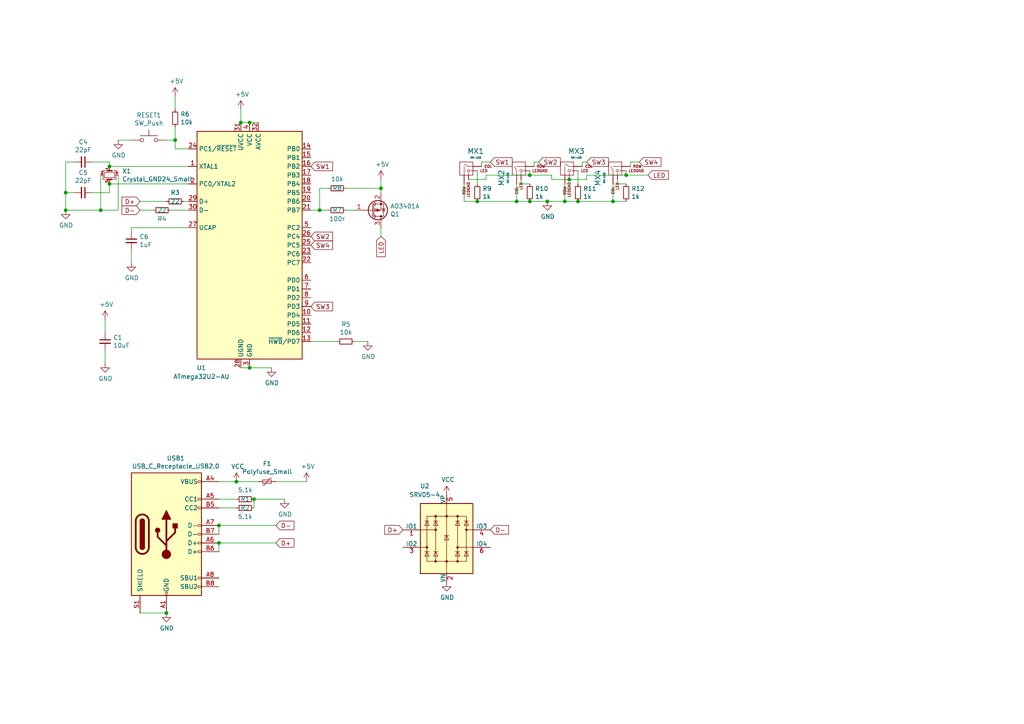
<source format=kicad_sch>
(kicad_sch (version 20211123) (generator eeschema)
  (paper "A4")
  (lib_symbols
    (symbol "Connector:USB_C_Receptacle_USB2.0" (pin_names (offset 1.016))
      (property "Reference" "J" (at -10.16 19.05 0))
      (property "Value" "USB_C_Receptacle_USB2.0" (at 19.05 19.05 0))
      (symbol "USB_C_Receptacle_USB2.0_0_0"
        (rectangle (start -0.254 -17.78) (end 0.254 -16.764))
        (rectangle (start 10.16 -14.986) (end 9.144 -15.494))
        (rectangle (start 10.16 -12.446) (end 9.144 -12.954))
        (rectangle (start 10.16 -4.826) (end 9.144 -5.334))
        (rectangle (start 10.16 -2.286) (end 9.144 -2.794))
        (rectangle (start 10.16 0.254) (end 9.144 -0.254))
        (rectangle (start 10.16 2.794) (end 9.144 2.286))
        (rectangle (start 10.16 7.874) (end 9.144 7.366))
        (rectangle (start 10.16 10.414) (end 9.144 9.906))
        (rectangle (start 10.16 15.494) (end 9.144 14.986))
      )
      (symbol "USB_C_Receptacle_USB2.0_0_1"
        (rectangle (start -10.16 17.78) (end 10.16 -17.78) (stroke (width 0.254)) (fill (type background)))
        (arc (start -8.89 -3.81) (mid -6.985 -5.715) (end -5.08 -3.81) (stroke (width 0.508)))
        (arc (start -7.62 -3.81) (mid -6.985 -4.445) (end -6.35 -3.81) (stroke (width 0.254)))
        (arc (start -7.62 -3.81) (mid -6.985 -4.445) (end -6.35 -3.81) (stroke (width 0.254)) (fill (type outline)))
        (rectangle (start -7.62 -3.81) (end -6.35 3.81) (stroke (width 0.254)) (fill (type outline)))
        (arc (start -6.35 3.81) (mid -6.985 4.445) (end -7.62 3.81) (stroke (width 0.254)))
        (arc (start -6.35 3.81) (mid -6.985 4.445) (end -7.62 3.81) (stroke (width 0.254)) (fill (type outline)))
        (arc (start -5.08 3.81) (mid -6.985 5.715) (end -8.89 3.81) (stroke (width 0.508)))
        (circle (center -2.54 1.143) (radius 0.635) (stroke (width 0.254)) (fill (type outline)))
        (circle (center 0 -5.842) (radius 1.27) (fill (type outline)))
        (polyline (pts (xy -8.89 -3.81) (xy -8.89 3.81)) (stroke (width 0.508)))
        (polyline (pts (xy -5.08 3.81) (xy -5.08 -3.81)) (stroke (width 0.508)))
        (polyline (pts (xy 0 -5.842) (xy 0 4.318)) (stroke (width 0.508)))
        (polyline (pts (xy 0 -3.302) (xy -2.54 -0.762) (xy -2.54 0.508)) (stroke (width 0.508)))
        (polyline (pts (xy 0 -2.032) (xy 2.54 0.508) (xy 2.54 1.778)) (stroke (width 0.508)))
        (polyline (pts (xy -1.27 4.318) (xy 0 6.858) (xy 1.27 4.318) (xy -1.27 4.318)) (stroke (width 0.254)) (fill (type outline)))
        (rectangle (start 1.905 1.778) (end 3.175 3.048) (stroke (width 0.254)) (fill (type outline)))
      )
      (symbol "USB_C_Receptacle_USB2.0_1_1"
        (pin passive line (at 0 -22.86 90) (length 5.08) (name "GND") (number "A1"))
        (pin passive line (at 0 -22.86 90) (length 5.08) hide (name "GND") (number "A12"))
        (pin passive line (at 15.24 15.24 180) (length 5.08) (name "VBUS") (number "A4"))
        (pin bidirectional line (at 15.24 10.16 180) (length 5.08) (name "CC1") (number "A5"))
        (pin bidirectional line (at 15.24 -2.54 180) (length 5.08) (name "D+") (number "A6"))
        (pin bidirectional line (at 15.24 2.54 180) (length 5.08) (name "D-") (number "A7"))
        (pin bidirectional line (at 15.24 -12.7 180) (length 5.08) (name "SBU1") (number "A8"))
        (pin passive line (at 15.24 15.24 180) (length 5.08) hide (name "VBUS") (number "A9"))
        (pin passive line (at 0 -22.86 90) (length 5.08) hide (name "GND") (number "B1"))
        (pin passive line (at 0 -22.86 90) (length 5.08) hide (name "GND") (number "B12"))
        (pin passive line (at 15.24 15.24 180) (length 5.08) hide (name "VBUS") (number "B4"))
        (pin bidirectional line (at 15.24 7.62 180) (length 5.08) (name "CC2") (number "B5"))
        (pin bidirectional line (at 15.24 -5.08 180) (length 5.08) (name "D+") (number "B6"))
        (pin bidirectional line (at 15.24 0 180) (length 5.08) (name "D-") (number "B7"))
        (pin bidirectional line (at 15.24 -15.24 180) (length 5.08) (name "SBU2") (number "B8"))
        (pin passive line (at 15.24 15.24 180) (length 5.08) hide (name "VBUS") (number "B9"))
        (pin passive line (at -7.62 -22.86 90) (length 5.08) (name "SHIELD") (number "S1"))
      )
    )
    (symbol "Device:C_Small" (pin_numbers hide) (pin_names (offset 0.254) hide)
      (property "Reference" "C" (at 0.254 1.778 0))
      (property "Value" "C_Small" (at 0.254 -2.032 0))
      (symbol "C_Small_0_1"
        (polyline (pts (xy -1.524 -0.508) (xy 1.524 -0.508)) (stroke (width 0.3302)))
        (polyline (pts (xy -1.524 0.508) (xy 1.524 0.508)) (stroke (width 0.3048)))
      )
      (symbol "C_Small_1_1"
        (pin passive line (at 0 2.54 270) (length 2.032) (name "~") (number "1"))
        (pin passive line (at 0 -2.54 90) (length 2.032) (name "~") (number "2"))
      )
    )
    (symbol "Device:Crystal_GND24_Small" (pin_names (offset 1.016) hide)
      (property "Reference" "Y" (at 1.27 4.445 0))
      (property "Value" "Crystal_GND24_Small" (at 1.27 2.54 0))
      (symbol "Crystal_GND24_Small_0_1"
        (rectangle (start -0.762 -1.524) (end 0.762 1.524))
        (polyline (pts (xy -1.27 -0.762) (xy -1.27 0.762)) (stroke (width 0.381)))
        (polyline (pts (xy 1.27 -0.762) (xy 1.27 0.762)) (stroke (width 0.381)))
        (polyline (pts (xy -1.27 -1.27) (xy -1.27 -1.905) (xy 1.27 -1.905) (xy 1.27 -1.27)))
        (polyline (pts (xy -1.27 1.27) (xy -1.27 1.905) (xy 1.27 1.905) (xy 1.27 1.27)))
      )
      (symbol "Crystal_GND24_Small_1_1"
        (pin passive line (at -2.54 0 0) (length 1.27) (name "1") (number "1"))
        (pin passive line (at 0 -2.54 90) (length 0.635) (name "2") (number "2"))
        (pin passive line (at 2.54 0 180) (length 1.27) (name "3") (number "3"))
        (pin passive line (at 0 2.54 270) (length 0.635) (name "4") (number "4"))
      )
    )
    (symbol "Device:Polyfuse_Small" (pin_numbers hide) (pin_names (offset 0))
      (property "Reference" "F" (at -1.905 0 90))
      (property "Value" "Polyfuse_Small" (at 1.905 0 90))
      (symbol "Polyfuse_Small_0_1"
        (rectangle (start -0.508 1.27) (end 0.508 -1.27))
        (polyline (pts (xy 0 2.54) (xy 0 -2.54)))
        (polyline (pts (xy -1.016 1.27) (xy -1.016 0.762) (xy 1.016 -0.762) (xy 1.016 -1.27)))
      )
      (symbol "Polyfuse_Small_1_1"
        (pin passive line (at 0 2.54 270) (length 0.635) (name "~") (number "1"))
        (pin passive line (at 0 -2.54 90) (length 0.635) (name "~") (number "2"))
      )
    )
    (symbol "Device:R_Small" (pin_numbers hide) (pin_names (offset 0.254) hide)
      (property "Reference" "R" (at 0.762 0.508 0))
      (property "Value" "R_Small" (at 0.762 -1.016 0))
      (symbol "R_Small_0_1"
        (rectangle (start -0.762 1.778) (end 0.762 -1.778) (stroke (width 0.2032)))
      )
      (symbol "R_Small_1_1"
        (pin passive line (at 0 2.54 270) (length 0.762) (name "~") (number "1"))
        (pin passive line (at 0 -2.54 90) (length 0.762) (name "~") (number "2"))
      )
    )
    (symbol "MCU_Microchip_ATmega:ATmega32U2-AU"
      (property "Reference" "U" (at -15.24 34.29 0))
      (property "Value" "MCU_Microchip_ATmega_ATmega32U2-AU" (at 2.54 -34.29 0))
      (symbol "ATmega32U2-AU_0_1"
        (rectangle (start -15.24 -33.02) (end 15.24 33.02) (stroke (width 0.254)) (fill (type background)))
      )
      (symbol "ATmega32U2-AU_1_1"
        (pin input line (at -17.78 22.86 0) (length 2.54) (name "XTAL1") (number "1"))
        (pin bidirectional line (at 17.78 -20.32 180) (length 2.54) (name "PD4") (number "10"))
        (pin bidirectional line (at 17.78 -22.86 180) (length 2.54) (name "PD5") (number "11"))
        (pin bidirectional line (at 17.78 -25.4 180) (length 2.54) (name "PD6") (number "12"))
        (pin bidirectional line (at 17.78 -27.94 180) (length 2.54) (name "~{HWB}/PD7") (number "13"))
        (pin bidirectional line (at 17.78 27.94 180) (length 2.54) (name "PB0") (number "14"))
        (pin bidirectional line (at 17.78 25.4 180) (length 2.54) (name "PB1") (number "15"))
        (pin bidirectional line (at 17.78 22.86 180) (length 2.54) (name "PB2") (number "16"))
        (pin bidirectional line (at 17.78 20.32 180) (length 2.54) (name "PB3") (number "17"))
        (pin bidirectional line (at 17.78 17.78 180) (length 2.54) (name "PB4") (number "18"))
        (pin bidirectional line (at 17.78 15.24 180) (length 2.54) (name "PB5") (number "19"))
        (pin bidirectional line (at -17.78 17.78 0) (length 2.54) (name "PC0/XTAL2") (number "2"))
        (pin bidirectional line (at 17.78 12.7 180) (length 2.54) (name "PB6") (number "20"))
        (pin bidirectional line (at 17.78 10.16 180) (length 2.54) (name "PB7") (number "21"))
        (pin bidirectional line (at 17.78 -5.08 180) (length 2.54) (name "PC7") (number "22"))
        (pin bidirectional line (at 17.78 -2.54 180) (length 2.54) (name "PC6") (number "23"))
        (pin bidirectional line (at -17.78 27.94 0) (length 2.54) (name "PC1/~{RESET}") (number "24"))
        (pin bidirectional line (at 17.78 0 180) (length 2.54) (name "PC5") (number "25"))
        (pin bidirectional line (at 17.78 2.54 180) (length 2.54) (name "PC4") (number "26"))
        (pin passive line (at -17.78 5.08 0) (length 2.54) (name "UCAP") (number "27"))
        (pin power_in line (at -2.54 -35.56 90) (length 2.54) (name "UGND") (number "28"))
        (pin bidirectional line (at -17.78 12.7 0) (length 2.54) (name "D+") (number "29"))
        (pin power_in line (at 0 -35.56 90) (length 2.54) (name "GND") (number "3"))
        (pin bidirectional line (at -17.78 10.16 0) (length 2.54) (name "D-") (number "30"))
        (pin power_in line (at -2.54 35.56 270) (length 2.54) (name "UVCC") (number "31"))
        (pin power_in line (at 2.54 35.56 270) (length 2.54) (name "AVCC") (number "32"))
        (pin power_in line (at 0 35.56 270) (length 2.54) (name "VCC") (number "4"))
        (pin bidirectional line (at 17.78 5.08 180) (length 2.54) (name "PC2") (number "5"))
        (pin bidirectional line (at 17.78 -10.16 180) (length 2.54) (name "PD0") (number "6"))
        (pin bidirectional line (at 17.78 -12.7 180) (length 2.54) (name "PD1") (number "7"))
        (pin bidirectional line (at 17.78 -15.24 180) (length 2.54) (name "PD2") (number "8"))
        (pin bidirectional line (at 17.78 -17.78 180) (length 2.54) (name "PD3") (number "9"))
      )
    )
    (symbol "MX_Alps_Hybrid:MX-LED" (pin_names (offset 1.016))
      (property "Reference" "MX" (at -0.635 3.81 0))
      (property "Value" "MX-LED" (at -0.635 1.27 0))
      (symbol "MX-LED_0_0"
        (rectangle (start -2.54 2.54) (end 1.27 -1.27))
        (polyline (pts (xy -1.27 -1.27) (xy -1.27 1.27)) (stroke (width 0.127)))
        (polyline (pts (xy 0 -1.27) (xy 0 -0.635)) (stroke (width 0.127)))
        (polyline (pts (xy 1.27 0) (xy 0.635 0)) (stroke (width 0.127)))
        (polyline (pts (xy 1.27 1.27) (xy 0 1.27) (xy -1.27 1.905)) (stroke (width 0.127)))
        (circle (center 0 0) (radius 0.3556) (stroke (width 0.127)))
        (text "COL" (at 5.715 1.27 0) (effects (font (size 0.762 0.762))))
        (text "LED" (at 4.445 0 0) (effects (font (size 0.762 0.762))))
        (text "ROW" (at -1.27 -4.445 900) (effects (font (size 0.762 0.762)) (justify right)))
      )
      (symbol "MX-LED_1_0"
        (text "LEDGND" (at 0 -3.175 900) (effects (font (size 0.762 0.762)) (justify right)))
      )
      (symbol "MX-LED_1_1"
        (pin passive line (at 3.81 1.27 180) (length 2.54) (name "COL") (number "1"))
        (pin passive line (at -1.27 -3.81 90) (length 2.54) (name "ROW") (number "2"))
        (pin input line (at 2.54 0 180) (length 1.27) (name "LED") (number "3"))
        (pin passive line (at 0 -2.54 90) (length 1.27) (name "LEDGND") (number "4"))
      )
    )
    (symbol "Power_Protection:SRV05-4" (pin_names (offset 0))
      (property "Reference" "U" (at -5.08 11.43 0))
      (property "Value" "SRV05-4" (at 2.54 11.43 0))
      (symbol "SRV05-4_0_0"
        (rectangle (start -5.715 6.477) (end 5.715 -6.604))
        (polyline (pts (xy -3.175 -6.604) (xy -3.175 6.477)))
        (polyline (pts (xy 3.175 6.477) (xy 3.175 -6.604)))
      )
      (symbol "SRV05-4_0_1"
        (rectangle (start -7.62 10.16) (end 7.62 -10.16) (stroke (width 0.254)) (fill (type background)))
        (circle (center -5.715 -2.54) (radius 0.2794) (fill (type outline)))
        (circle (center -3.175 -6.604) (radius 0.2794) (fill (type outline)))
        (circle (center -3.175 2.54) (radius 0.2794) (fill (type outline)))
        (circle (center -3.175 6.477) (radius 0.2794) (fill (type outline)))
        (circle (center 0 -6.604) (radius 0.2794) (fill (type outline)))
        (polyline (pts (xy -7.747 2.54) (xy -3.175 2.54)))
        (polyline (pts (xy -7.62 -2.54) (xy -5.715 -2.54)))
        (polyline (pts (xy -5.08 -3.81) (xy -6.35 -3.81)))
        (polyline (pts (xy -5.08 5.08) (xy -6.35 5.08)))
        (polyline (pts (xy -2.54 -3.81) (xy -3.81 -3.81)))
        (polyline (pts (xy -2.54 5.08) (xy -3.81 5.08)))
        (polyline (pts (xy 0 10.16) (xy 0 -10.16)))
        (polyline (pts (xy 3.81 -3.81) (xy 2.54 -3.81)))
        (polyline (pts (xy 3.81 5.08) (xy 2.54 5.08)))
        (polyline (pts (xy 6.35 -3.81) (xy 5.08 -3.81)))
        (polyline (pts (xy 6.35 5.08) (xy 5.08 5.08)))
        (polyline (pts (xy 7.62 -2.54) (xy 3.175 -2.54)))
        (polyline (pts (xy 7.62 2.54) (xy 5.715 2.54)))
        (polyline (pts (xy 0.635 0.889) (xy -0.635 0.889) (xy -0.635 0.635)))
        (polyline (pts (xy -5.08 -5.08) (xy -6.35 -5.08) (xy -5.715 -3.81) (xy -5.08 -5.08)))
        (polyline (pts (xy -5.08 3.81) (xy -6.35 3.81) (xy -5.715 5.08) (xy -5.08 3.81)))
        (polyline (pts (xy -2.54 -5.08) (xy -3.81 -5.08) (xy -3.175 -3.81) (xy -2.54 -5.08)))
        (polyline (pts (xy -2.54 3.81) (xy -3.81 3.81) (xy -3.175 5.08) (xy -2.54 3.81)))
        (polyline (pts (xy 0.635 -0.381) (xy -0.635 -0.381) (xy 0 0.889) (xy 0.635 -0.381)))
        (polyline (pts (xy 3.81 -5.08) (xy 2.54 -5.08) (xy 3.175 -3.81) (xy 3.81 -5.08)))
        (polyline (pts (xy 3.81 3.81) (xy 2.54 3.81) (xy 3.175 5.08) (xy 3.81 3.81)))
        (polyline (pts (xy 6.35 -5.08) (xy 5.08 -5.08) (xy 5.715 -3.81) (xy 6.35 -5.08)))
        (polyline (pts (xy 6.35 3.81) (xy 5.08 3.81) (xy 5.715 5.08) (xy 6.35 3.81)))
        (circle (center 0 6.477) (radius 0.2794) (fill (type outline)))
        (circle (center 3.175 -6.604) (radius 0.2794) (fill (type outline)))
        (circle (center 3.175 -2.54) (radius 0.2794) (fill (type outline)))
        (circle (center 3.175 6.477) (radius 0.2794) (fill (type outline)))
        (circle (center 5.715 2.54) (radius 0.2794) (fill (type outline)))
      )
      (symbol "SRV05-4_1_1"
        (pin passive line (at -12.7 2.54 0) (length 5.08) (name "IO1") (number "1"))
        (pin passive line (at 0 -12.7 90) (length 2.54) (name "VN") (number "2"))
        (pin passive line (at -12.7 -2.54 0) (length 5.08) (name "IO2") (number "3"))
        (pin passive line (at 12.7 2.54 180) (length 5.08) (name "IO3") (number "4"))
        (pin passive line (at 0 12.7 270) (length 2.54) (name "VP") (number "5"))
        (pin passive line (at 12.7 -2.54 180) (length 5.08) (name "IO4") (number "6"))
      )
    )
    (symbol "Switch:SW_Push" (pin_numbers hide) (pin_names (offset 1.016) hide)
      (property "Reference" "SW" (at 1.27 2.54 0))
      (property "Value" "SW_Push" (at 0 -1.524 0))
      (symbol "SW_Push_0_1"
        (circle (center -2.032 0) (radius 0.508))
        (polyline (pts (xy 0 1.27) (xy 0 3.048)))
        (polyline (pts (xy 2.54 1.27) (xy -2.54 1.27)))
        (circle (center 2.032 0) (radius 0.508))
        (pin passive line (at -5.08 0 0) (length 2.54) (name "1") (number "1"))
        (pin passive line (at 5.08 0 180) (length 2.54) (name "2") (number "2"))
      )
    )
    (symbol "Transistor_FET:AO3401A" (pin_names hide)
      (property "Reference" "Q" (at 5.08 1.905 0))
      (property "Value" "AO3401A" (at 5.08 0 0))
      (symbol "AO3401A_0_1"
        (polyline (pts (xy 0.254 0) (xy -2.54 0)))
        (polyline (pts (xy 0.254 1.905) (xy 0.254 -1.905)) (stroke (width 0.254)))
        (polyline (pts (xy 0.762 -1.27) (xy 0.762 -2.286)) (stroke (width 0.254)))
        (polyline (pts (xy 0.762 0.508) (xy 0.762 -0.508)) (stroke (width 0.254)))
        (polyline (pts (xy 0.762 2.286) (xy 0.762 1.27)) (stroke (width 0.254)))
        (polyline (pts (xy 2.54 2.54) (xy 2.54 1.778)))
        (polyline (pts (xy 2.54 -2.54) (xy 2.54 0) (xy 0.762 0)))
        (polyline (pts (xy 0.762 1.778) (xy 3.302 1.778) (xy 3.302 -1.778) (xy 0.762 -1.778)))
        (polyline (pts (xy 2.286 0) (xy 1.27 0.381) (xy 1.27 -0.381) (xy 2.286 0)) (fill (type outline)))
        (polyline (pts (xy 2.794 -0.508) (xy 2.921 -0.381) (xy 3.683 -0.381) (xy 3.81 -0.254)))
        (polyline (pts (xy 3.302 -0.381) (xy 2.921 0.254) (xy 3.683 0.254) (xy 3.302 -0.381)))
        (circle (center 1.651 0) (radius 2.794) (stroke (width 0.254)))
        (circle (center 2.54 -1.778) (radius 0.254) (fill (type outline)))
        (circle (center 2.54 1.778) (radius 0.254) (fill (type outline)))
      )
      (symbol "AO3401A_1_1"
        (pin input line (at -5.08 0 0) (length 2.54) (name "G") (number "1"))
        (pin passive line (at 2.54 -5.08 90) (length 2.54) (name "S") (number "2"))
        (pin passive line (at 2.54 5.08 270) (length 2.54) (name "D") (number "3"))
      )
    )
    (symbol "power:+5V" (power) (pin_names (offset 0))
      (property "Value" "+5V" (at 0 3.556 0))
      (symbol "+5V_0_1"
        (polyline (pts (xy -0.762 1.27) (xy 0 2.54)))
        (polyline (pts (xy 0 0) (xy 0 2.54)))
        (polyline (pts (xy 0 2.54) (xy 0.762 1.27)))
      )
      (symbol "+5V_1_1"
        (pin power_in line (at 0 0 90) (length 0) hide (name "+5V") (number "1"))
      )
    )
    (symbol "power:GND" (power) (pin_names (offset 0))
      (property "Value" "GND" (at 0 -3.81 0))
      (symbol "GND_0_1"
        (polyline (pts (xy 0 0) (xy 0 -1.27) (xy 1.27 -1.27) (xy 0 -2.54) (xy -1.27 -1.27) (xy 0 -1.27)))
      )
      (symbol "GND_1_1"
        (pin power_in line (at 0 0 270) (length 0) hide (name "GND") (number "1"))
      )
    )
    (symbol "power:VCC" (power) (pin_names (offset 0))
      (property "Value" "VCC" (at 0 3.81 0))
      (symbol "VCC_0_1"
        (polyline (pts (xy -0.762 1.27) (xy 0 2.54)))
        (polyline (pts (xy 0 0) (xy 0 2.54)))
        (polyline (pts (xy 0 2.54) (xy 0.762 1.27)))
      )
      (symbol "VCC_1_1"
        (pin power_in line (at 0 0 90) (length 0) hide (name "VCC") (number "1"))
      )
    )
  )
  (junction (at 19.05 55.88))
  (junction (at 73.66 144.78))
  (junction (at 31.75 48.26))
  (junction (at 50.8 40.64))
  (junction (at 165.1 52.07))
  (junction (at 31.75 53.34))
  (junction (at 149.86 58.42))
  (junction (at 72.39 35.56))
  (junction (at 68.58 139.7))
  (junction (at 181.61 50.8))
  (junction (at 163.83 58.42))
  (junction (at 177.8 58.42))
  (junction (at 48.26 177.8))
  (junction (at 92.71 60.96))
  (junction (at 19.05 60.96))
  (junction (at 153.67 58.42))
  (junction (at 72.39 106.68))
  (junction (at 110.49 54.61))
  (junction (at 69.85 35.56))
  (junction (at 158.75 58.42))
  (junction (at 29.21 60.96))
  (junction (at 153.67 50.8))
  (junction (at 63.5 152.4))
  (junction (at 63.5 157.48))
  (junction (at 138.43 58.42))
  (junction (at 167.64 58.42))
  (wire (pts (xy 100.33 60.96) (xy 102.87 60.96)))
  (wire (pts (xy 29.21 60.96) (xy 34.29 60.96)))
  (wire (pts (xy 50.8 27.94) (xy 50.8 31.75)))
  (wire (pts (xy 73.66 147.32) (xy 73.66 144.78)))
  (wire (pts (xy 72.39 35.56) (xy 74.93 35.56)))
  (wire (pts (xy 167.64 58.42) (xy 177.8 58.42)))
  (wire (pts (xy 40.64 177.8) (xy 48.26 177.8)))
  (wire (pts (xy 153.67 50.8) (xy 153.67 49.53)))
  (wire (pts (xy 154.94 46.99) (xy 154.94 48.26)))
  (wire (pts (xy 69.85 35.56) (xy 72.39 35.56)))
  (wire (pts (xy 97.79 99.06) (xy 90.17 99.06)))
  (wire (pts (xy 177.8 53.34) (xy 177.8 58.42)))
  (wire (pts (xy 30.48 105.41) (xy 30.48 101.6)))
  (wire (pts (xy 19.05 55.88) (xy 19.05 46.99)))
  (wire (pts (xy 182.88 46.99) (xy 182.88 48.26)))
  (wire (pts (xy 63.5 152.4) (xy 80.01 152.4)))
  (wire (pts (xy 34.29 50.8) (xy 34.29 60.96)))
  (wire (pts (xy 135.89 52.07) (xy 140.97 52.07)))
  (wire (pts (xy 134.62 58.42) (xy 138.43 58.42)))
  (wire (pts (xy 68.58 139.7) (xy 74.93 139.7)))
  (wire (pts (xy 153.67 53.34) (xy 151.13 53.34)))
  (wire (pts (xy 170.18 50.8) (xy 181.61 50.8)))
  (wire (pts (xy 31.75 46.99) (xy 31.75 48.26)))
  (wire (pts (xy 92.71 60.96) (xy 95.25 60.96)))
  (wire (pts (xy 54.61 48.26) (xy 31.75 48.26)))
  (wire (pts (xy 140.97 52.07) (xy 140.97 50.8)))
  (wire (pts (xy 110.49 68.58) (xy 110.49 66.04)))
  (wire (pts (xy 138.43 53.34) (xy 138.43 49.53)))
  (wire (pts (xy 53.34 58.42) (xy 54.61 58.42)))
  (wire (pts (xy 29.21 60.96) (xy 19.05 60.96)))
  (wire (pts (xy 31.75 46.99) (xy 26.67 46.99)))
  (wire (pts (xy 110.49 55.88) (xy 110.49 54.61)))
  (wire (pts (xy 31.75 55.88) (xy 31.75 53.34)))
  (wire (pts (xy 138.43 58.42) (xy 149.86 58.42)))
  (wire (pts (xy 50.8 40.64) (xy 50.8 43.18)))
  (wire (pts (xy 139.7 46.99) (xy 139.7 48.26)))
  (wire (pts (xy 63.5 147.32) (xy 68.58 147.32)))
  (wire (pts (xy 26.67 55.88) (xy 31.75 55.88)))
  (wire (pts (xy 69.85 106.68) (xy 72.39 106.68)))
  (wire (pts (xy 90.17 60.96) (xy 92.71 60.96)))
  (wire (pts (xy 19.05 55.88) (xy 19.05 60.96)))
  (wire (pts (xy 140.97 50.8) (xy 153.67 50.8)))
  (wire (pts (xy 168.91 48.26) (xy 168.91 46.99)))
  (wire (pts (xy 29.21 50.8) (xy 29.21 60.96)))
  (wire (pts (xy 40.64 58.42) (xy 48.26 58.42)))
  (wire (pts (xy 31.75 53.34) (xy 54.61 53.34)))
  (wire (pts (xy 63.5 144.78) (xy 68.58 144.78)))
  (wire (pts (xy 179.07 52.07) (xy 179.07 53.34)))
  (wire (pts (xy 110.49 54.61) (xy 110.49 52.07)))
  (wire (pts (xy 179.07 53.34) (xy 181.61 53.34)))
  (wire (pts (xy 168.91 46.99) (xy 170.18 46.99)))
  (wire (pts (xy 163.83 58.42) (xy 167.64 58.42)))
  (wire (pts (xy 177.8 58.42) (xy 181.61 58.42)))
  (wire (pts (xy 63.5 154.94) (xy 63.5 152.4)))
  (wire (pts (xy 49.53 60.96) (xy 54.61 60.96)))
  (wire (pts (xy 48.26 40.64) (xy 50.8 40.64)))
  (wire (pts (xy 19.05 46.99) (xy 21.59 46.99)))
  (wire (pts (xy 50.8 36.83) (xy 50.8 40.64)))
  (wire (pts (xy 158.75 58.42) (xy 163.83 58.42)))
  (wire (pts (xy 151.13 53.34) (xy 151.13 52.07)))
  (wire (pts (xy 82.55 144.78) (xy 73.66 144.78)))
  (wire (pts (xy 54.61 66.04) (xy 38.1 66.04)))
  (wire (pts (xy 44.45 60.96) (xy 40.64 60.96)))
  (wire (pts (xy 181.61 50.8) (xy 187.96 50.8)))
  (wire (pts (xy 134.62 53.34) (xy 134.62 58.42)))
  (wire (pts (xy 92.71 54.61) (xy 92.71 60.96)))
  (wire (pts (xy 80.01 139.7) (xy 88.9 139.7)))
  (wire (pts (xy 21.59 55.88) (xy 19.05 55.88)))
  (wire (pts (xy 156.21 46.99) (xy 154.94 46.99)))
  (wire (pts (xy 63.5 139.7) (xy 68.58 139.7)))
  (wire (pts (xy 30.48 96.52) (xy 30.48 92.71)))
  (wire (pts (xy 92.71 54.61) (xy 95.25 54.61)))
  (wire (pts (xy 69.85 31.75) (xy 69.85 35.56)))
  (wire (pts (xy 72.39 106.68) (xy 78.74 106.68)))
  (wire (pts (xy 153.67 58.42) (xy 158.75 58.42)))
  (wire (pts (xy 63.5 157.48) (xy 80.01 157.48)))
  (wire (pts (xy 142.24 46.99) (xy 139.7 46.99)))
  (wire (pts (xy 160.02 52.07) (xy 160.02 50.8)))
  (wire (pts (xy 149.86 53.34) (xy 149.86 58.42)))
  (wire (pts (xy 167.64 53.34) (xy 167.64 49.53)))
  (wire (pts (xy 181.61 49.53) (xy 181.61 50.8)))
  (wire (pts (xy 149.86 58.42) (xy 153.67 58.42)))
  (wire (pts (xy 63.5 160.02) (xy 63.5 157.48)))
  (wire (pts (xy 38.1 76.2) (xy 38.1 72.39)))
  (wire (pts (xy 54.61 43.18) (xy 50.8 43.18)))
  (wire (pts (xy 163.83 53.34) (xy 163.83 58.42)))
  (wire (pts (xy 38.1 40.64) (xy 34.29 40.64)))
  (wire (pts (xy 106.68 99.06) (xy 102.87 99.06)))
  (wire (pts (xy 100.33 54.61) (xy 110.49 54.61)))
  (wire (pts (xy 170.18 50.8) (xy 170.18 52.07)))
  (wire (pts (xy 160.02 50.8) (xy 153.67 50.8)))
  (wire (pts (xy 38.1 66.04) (xy 38.1 67.31)))
  (wire (pts (xy 170.18 52.07) (xy 165.1 52.07)))
  (wire (pts (xy 185.42 46.99) (xy 182.88 46.99)))
  (wire (pts (xy 165.1 52.07) (xy 160.02 52.07)))
  (global_label "SW2" (shape input) (at 156.21 46.99 0) (property "Intersheet References" "${INTERSHEET_REFS}" (effects hide)))
  (global_label "SW4" (shape input) (at 185.42 46.99 0) (property "Intersheet References" "${INTERSHEET_REFS}" (effects hide)))
  (global_label "SW4" (shape input) (at 90.17 71.12 0) (property "Intersheet References" "${INTERSHEET_REFS}" (effects hide)))
  (global_label "D-" (shape input) (at 80.01 152.4 0) (property "Intersheet References" "${INTERSHEET_REFS}" (effects hide)))
  (global_label "D+" (shape input) (at 80.01 157.48 0) (property "Intersheet References" "${INTERSHEET_REFS}" (effects hide)))
  (global_label "LED" (shape input) (at 110.49 68.58 270) (property "Intersheet References" "${INTERSHEET_REFS}" (effects hide)))
  (global_label "SW3" (shape input) (at 170.18 46.99 0) (property "Intersheet References" "${INTERSHEET_REFS}" (effects hide)))
  (global_label "D+" (shape input) (at 116.84 153.67 180) (property "Intersheet References" "${INTERSHEET_REFS}" (effects hide)))
  (global_label "D-" (shape input) (at 40.64 60.96 180) (property "Intersheet References" "${INTERSHEET_REFS}" (effects hide)))
  (global_label "SW3" (shape input) (at 90.17 88.9 0) (property "Intersheet References" "${INTERSHEET_REFS}" (effects hide)))
  (global_label "D-" (shape input) (at 142.24 153.67 0) (property "Intersheet References" "${INTERSHEET_REFS}" (effects hide)))
  (global_label "LED" (shape input) (at 187.96 50.8 0) (property "Intersheet References" "${INTERSHEET_REFS}" (effects hide)))
  (global_label "SW1" (shape input) (at 142.24 46.99 0) (property "Intersheet References" "${INTERSHEET_REFS}" (effects hide)))
  (global_label "SW1" (shape input) (at 90.17 48.26 0) (property "Intersheet References" "${INTERSHEET_REFS}" (effects hide)))
  (global_label "D+" (shape input) (at 40.64 58.42 180) (property "Intersheet References" "${INTERSHEET_REFS}" (effects hide)))
  (global_label "SW2" (shape input) (at 90.17 68.58 0) (property "Intersheet References" "${INTERSHEET_REFS}" (effects hide)))
  (symbol (lib_id "power:+5V") (at 69.85 31.75 0) (unit 1)
    (property "Reference" "#PWR02" (effects hide))
    (property "Value" "+5V" (at 70.231 27.3558 0))
  )
  (symbol (lib_id "power:GND") (at 78.74 106.68 0) (unit 1)
    (property "Reference" "#PWR017" (effects hide))
    (property "Value" "GND" (at 78.867 111.0742 0))
  )
  (symbol (lib_id "Device:R_Small") (at 100.33 99.06 270) (unit 1)
    (property "Reference" "R5" (at 100.33 94.0816 90))
    (property "Value" "10k" (at 100.33 96.393 90))
    (property "Footprint" "Resistor_SMD:R_0603_1608Metric" (effects hide))
    (property "LCSC" "C25804" (effects hide))
  )
  (symbol (lib_id "power:GND") (at 106.68 99.06 0) (unit 1)
    (property "Reference" "#PWR012" (effects hide))
    (property "Value" "GND" (at 106.807 103.4542 0))
  )
  (symbol (lib_id "Device:C_Small") (at 38.1 69.85 0) (unit 1)
    (property "Reference" "C6" (at 40.4368 68.6816 0) (effects (justify left)))
    (property "Value" "1uF" (at 40.4368 70.993 0) (effects (justify left)))
    (property "Footprint" "Capacitor_SMD:C_0603_1608Metric" (effects hide))
    (property "LCSC" "C15849" (effects hide))
  )
  (symbol (lib_id "power:GND") (at 38.1 76.2 0) (unit 1)
    (property "Reference" "#PWR010" (effects hide))
    (property "Value" "GND" (at 38.227 80.5942 0))
  )
  (symbol (lib_id "power:GND") (at 30.48 105.41 0) (unit 1)
    (property "Reference" "#PWR016" (effects hide))
    (property "Value" "GND" (at 30.607 109.8042 0))
  )
  (symbol (lib_id "power:+5V") (at 30.48 92.71 0) (unit 1)
    (property "Reference" "#PWR015" (effects hide))
    (property "Value" "+5V" (at 30.861 88.3158 0))
  )
  (symbol (lib_id "Device:C_Small") (at 30.48 99.06 0) (unit 1)
    (property "Reference" "C1" (at 32.8168 97.8916 0) (effects (justify left)))
    (property "Value" "10uF" (at 32.8168 100.203 0) (effects (justify left)))
    (property "Footprint" "Capacitor_SMD:C_0603_1608Metric" (effects hide))
    (property "LCSC" "C19702" (effects hide))
  )
  (symbol (lib_id "Device:Crystal_GND24_Small") (at 31.75 50.8 270) (unit 1)
    (property "Reference" "X1" (at 35.4076 49.6316 90) (effects (justify left)))
    (property "Value" "Crystal_GND24_Small" (at 35.4076 51.943 90) (effects (justify left)))
    (property "Footprint" "Crystal:Crystal_SMD_3225-4Pin_3.2x2.5mm" (effects hide))
    (property "LCSC" "C13738" (effects hide))
  )
  (symbol (lib_id "Device:C_Small") (at 24.13 46.99 270) (unit 1)
    (property "Reference" "C4" (at 24.13 41.1734 90))
    (property "Value" "22pF" (at 24.13 43.4848 90))
    (property "Footprint" "Capacitor_SMD:C_0603_1608Metric" (effects hide))
    (property "LCSC" "C1653" (effects hide))
  )
  (symbol (lib_id "Device:C_Small") (at 24.13 55.88 270) (unit 1)
    (property "Reference" "C5" (at 24.13 50.0634 90))
    (property "Value" "22pF" (at 24.13 52.3748 90))
    (property "Footprint" "Capacitor_SMD:C_0603_1608Metric" (effects hide))
    (property "LCSC" "C1653" (effects hide))
  )
  (symbol (lib_id "power:GND") (at 19.05 60.96 0) (unit 1)
    (property "Reference" "#PWR04" (effects hide))
    (property "Value" "GND" (at 19.177 65.3542 0))
  )
  (symbol (lib_id "Switch:SW_Push") (at 43.18 40.64 0) (unit 1)
    (property "Reference" "RESET1" (at 43.18 33.401 0))
    (property "Value" "SW_Push" (at 43.18 35.7124 0))
    (property "Footprint" "Connector_PinHeader_2.00mm:PinHeader_1x02_P2.00mm_Vertical" (effects hide))
    (property "LCSC" "C318884" (effects hide))
  )
  (symbol (lib_id "power:GND") (at 34.29 40.64 0) (unit 1)
    (property "Reference" "#PWR03" (effects hide))
    (property "Value" "GND" (at 34.417 45.0342 0))
  )
  (symbol (lib_id "Device:R_Small") (at 50.8 34.29 180) (unit 1)
    (property "Reference" "R6" (at 52.2986 33.1216 0) (effects (justify right)))
    (property "Value" "10k" (at 52.2986 35.433 0) (effects (justify right)))
    (property "Footprint" "Resistor_SMD:R_0603_1608Metric" (effects hide))
    (property "LCSC" "C25804" (effects hide))
  )
  (symbol (lib_id "power:+5V") (at 50.8 27.94 0) (unit 1)
    (property "Reference" "#PWR01" (effects hide))
    (property "Value" "+5V" (at 51.181 23.5458 0))
  )
  (symbol (lib_id "Device:R_Small") (at 50.8 58.42 90) (unit 1)
    (property "Reference" "R3" (at 50.8 55.88 90))
    (property "Value" "22" (at 50.8 58.42 90))
    (property "Footprint" "Resistor_SMD:R_0603_1608Metric" (effects hide))
    (property "LCSC" "C23345" (effects hide))
  )
  (symbol (lib_id "Device:R_Small") (at 46.99 60.96 90) (unit 1)
    (property "Reference" "R4" (at 46.99 63.5 90))
    (property "Value" "22" (at 46.99 60.96 90))
    (property "Footprint" "Resistor_SMD:R_0603_1608Metric" (effects hide))
    (property "LCSC" "C23345" (effects hide))
  )
  (symbol (lib_id "Device:Polyfuse_Small") (at 77.47 139.7 270) (unit 1)
    (property "Reference" "F1" (at 77.47 134.493 90))
    (property "Value" "Polyfuse_Small" (at 77.47 136.8044 90))
    (property "Footprint" "Fuse:Fuse_1206_3216Metric" (effects hide))
    (property "LCSC" "C69688" (effects hide))
  )
  (symbol (lib_id "power:+5V") (at 88.9 139.7 0) (unit 1)
    (property "Reference" "#PWR06" (effects hide))
    (property "Value" "+5V" (at 89.281 135.3058 0))
  )
  (symbol (lib_id "power:VCC") (at 68.58 139.7 0) (unit 1)
    (property "Reference" "#PWR07" (effects hide))
    (property "Value" "VCC" (at 68.961 135.3058 0))
  )
  (symbol (lib_id "power:GND") (at 48.26 177.8 0) (unit 1)
    (property "Reference" "#PWR08" (effects hide))
    (property "Value" "GND" (at 48.387 182.1942 0))
  )
  (symbol (lib_id "power:VCC") (at 129.54 143.51 0) (unit 1)
    (property "Reference" "#PWR0103" (effects hide))
    (property "Value" "VCC" (at 129.921 139.1158 0))
  )
  (symbol (lib_id "Connector:USB_C_Receptacle_USB2.0") (at 48.26 154.94 0) (unit 1)
    (property "Reference" "USB1" (at 50.9778 132.9182 0))
    (property "Value" "USB_C_Receptacle_USB2.0" (at 50.9778 135.2296 0))
    (property "Footprint" "Connector_USB:USB_C_Receptacle_HRO_TYPE-C-31-M-12" (effects hide))
    (property "Datasheet" "https://www.usb.org/sites/default/files/documents/usb_type-c.zip" (effects hide))
    (property "LCSC" "C165948" (effects hide))
  )
  (symbol (lib_id "Device:R_Small") (at 71.12 144.78 270) (unit 1)
    (property "Reference" "R1" (at 71.12 144.78 90))
    (property "Value" "5.1k" (at 71.12 142.113 90))
    (property "Footprint" "Resistor_SMD:R_0603_1608Metric" (effects hide))
    (property "LCSC" "C23186" (effects hide))
  )
  (symbol (lib_id "Device:R_Small") (at 71.12 147.32 270) (unit 1)
    (property "Reference" "R2" (at 71.12 147.32 90))
    (property "Value" "5.1k" (at 71.12 149.86 90))
    (property "Footprint" "Resistor_SMD:R_0603_1608Metric" (effects hide))
    (property "LCSC" "C23186" (effects hide))
  )
  (symbol (lib_id "power:GND") (at 82.55 144.78 0) (unit 1)
    (property "Reference" "#PWR0104" (effects hide))
    (property "Value" "GND" (at 82.677 149.1742 0))
  )
  (symbol (lib_id "MCU_Microchip_ATmega:ATmega32U2-AU") (at 72.39 71.12 0) (unit 1)
    (property "Reference" "U1" (at 58.42 106.68 0))
    (property "Value" "ATmega32U2-AU" (at 58.42 109.22 0))
    (property "Footprint" "Package_QFP:TQFP-32_7x7mm_P0.8mm" (effects hide))
    (property "Datasheet" "http://ww1.microchip.com/downloads/en/DeviceDoc/doc7799.pdf" (effects hide))
    (property "LCSC" "C618733" (effects hide))
  )
  (symbol (lib_id "Power_Protection:SRV05-4") (at 129.54 156.21 0) (unit 1)
    (property "Reference" "U2" (at 123.19 140.97 0))
    (property "Value" "SRV05-4" (at 123.19 143.51 0))
    (property "Footprint" "Package_TO_SOT_SMD:SOT-23-6" (effects hide))
    (property "Datasheet" "http://www.onsemi.com/pub/Collateral/SRV05-4-D.PDF" (effects hide))
    (property "LCSC" "C85364" (effects hide))
  )
  (symbol (lib_id "power:GND") (at 129.54 168.91 0) (unit 1)
    (property "Reference" "#PWR014" (effects hide))
    (property "Value" "GND" (at 129.667 173.3042 0))
  )
  (symbol (lib_id "MX_Alps_Hybrid:MX-LED") (at 135.89 49.53 0) (unit 1)
    (property "Reference" "MX1" (at 137.9728 43.8404 0) (effects (font (size 1.524 1.524))))
    (property "Value" "MX-LED" (at 137.9728 45.72 0) (effects (font (size 0.508 0.508))))
    (property "Footprint" "MX_Only:MXOnly-1U" (effects hide))
  )
  (symbol (lib_id "Device:R_Small") (at 138.43 55.88 180) (unit 1)
    (property "Reference" "R9" (at 139.9286 54.7116 0) (effects (justify right)))
    (property "Value" "1k" (at 139.9286 57.023 0) (effects (justify right)))
    (property "Footprint" "Resistor_SMD:R_0603_1608Metric" (effects hide))
    (property "LCSC" "C21190" (effects hide))
  )
  (symbol (lib_id "power:GND") (at 158.75 58.42 0) (unit 1)
    (property "Reference" "#PWR0101" (effects hide))
    (property "Value" "GND" (at 158.877 62.8142 0))
  )
  (symbol (lib_id "MX_Alps_Hybrid:MX-LED") (at 151.13 49.53 90) (mirror x) (unit 1)
    (property "Reference" "MX2" (at 145.4404 51.6128 0) (effects (font (size 1.524 1.524))))
    (property "Value" "MX-LED" (at 147.32 51.6128 0) (effects (font (size 0.508 0.508))))
    (property "Footprint" "MX_Only:MXOnly-1U" (effects hide))
  )
  (symbol (lib_id "MX_Alps_Hybrid:MX-LED") (at 165.1 49.53 0) (unit 1)
    (property "Reference" "MX3" (at 167.1828 43.8404 0) (effects (font (size 1.524 1.524))))
    (property "Value" "MX-LED" (at 167.1828 45.72 0) (effects (font (size 0.508 0.508))))
    (property "Footprint" "MX_Only:MXOnly-1U" (effects hide))
  )
  (symbol (lib_id "MX_Alps_Hybrid:MX-LED") (at 179.07 49.53 90) (mirror x) (unit 1)
    (property "Reference" "MX4" (at 173.3804 51.6128 0) (effects (font (size 1.524 1.524))))
    (property "Value" "MX-LED" (at 175.26 51.6128 0) (effects (font (size 0.508 0.508))))
    (property "Footprint" "MX_Only:MXOnly-1U" (effects hide))
  )
  (symbol (lib_id "Transistor_FET:AO3401A") (at 107.95 60.96 0) (mirror x) (unit 1)
    (property "Reference" "Q1" (at 113.157 62.1284 0) (effects (justify left)))
    (property "Value" "AO3401A" (at 113.157 59.817 0) (effects (justify left)))
    (property "Footprint" "Package_TO_SOT_SMD:SOT-23" (effects hide))
    (property "Datasheet" "http://www.aosmd.com/pdfs/datasheet/AO3401A.pdf" (effects hide))
    (property "LCSC" "C15127" (effects hide))
  )
  (symbol (lib_id "Device:R_Small") (at 97.79 60.96 90) (unit 1)
    (property "Reference" "R7" (at 97.79 60.96 90))
    (property "Value" "100r" (at 97.79 63.5 90))
    (property "Footprint" "Resistor_SMD:R_0603_1608Metric" (effects hide))
    (property "LCSC" "C22775" (effects hide))
  )
  (symbol (lib_id "Device:R_Small") (at 97.79 54.61 270) (unit 1)
    (property "Reference" "R8" (at 97.79 54.61 90))
    (property "Value" "10k" (at 97.79 51.943 90))
    (property "Footprint" "Resistor_SMD:R_0603_1608Metric" (effects hide))
    (property "LCSC" "C25804" (effects hide))
  )
  (symbol (lib_id "power:+5V") (at 110.49 52.07 0) (unit 1)
    (property "Reference" "#PWR0102" (effects hide))
    (property "Value" "+5V" (at 110.871 47.6758 0))
  )
  (symbol (lib_id "Device:R_Small") (at 153.67 55.88 180) (unit 1)
    (property "Reference" "R10" (at 155.1686 54.7116 0) (effects (justify right)))
    (property "Value" "1k" (at 155.1686 57.023 0) (effects (justify right)))
    (property "Footprint" "Resistor_SMD:R_0603_1608Metric" (effects hide))
    (property "LCSC" "C21190" (effects hide))
  )
  (symbol (lib_id "Device:R_Small") (at 167.64 55.88 180) (unit 1)
    (property "Reference" "R11" (at 169.1386 54.7116 0) (effects (justify right)))
    (property "Value" "1k" (at 169.1386 57.023 0) (effects (justify right)))
    (property "Footprint" "Resistor_SMD:R_0603_1608Metric" (effects hide))
    (property "LCSC" "C21190" (effects hide))
  )
  (symbol (lib_id "Device:R_Small") (at 181.61 55.88 180) (unit 1)
    (property "Reference" "R12" (at 183.1086 54.7116 0) (effects (justify right)))
    (property "Value" "1k" (at 183.1086 57.023 0) (effects (justify right)))
    (property "Footprint" "Resistor_SMD:R_0603_1608Metric" (effects hide))
    (property "LCSC" "C21190" (effects hide))
  )
)
</source>
